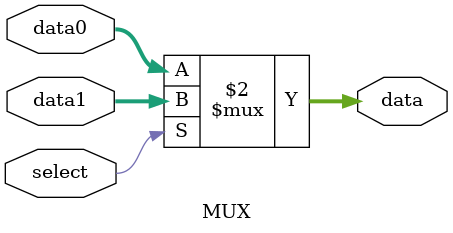
<source format=v>
`timescale 1ns / 1ps
module MUX( input [ 31 : 0 ] data0, input [ 31 : 0 ] data1 , input select , output [ 31 : 0 ] data );
	assign data = !select ? data0 : data1 ;
endmodule

</source>
